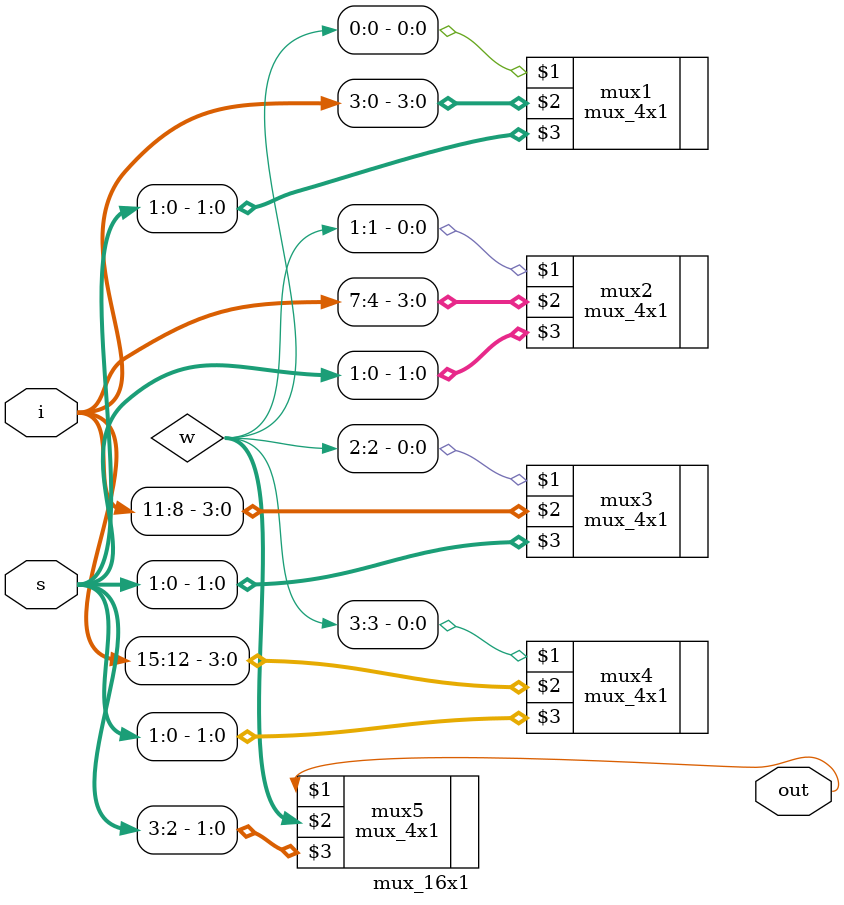
<source format=v>
/* Using two 8x1 mux and 2x1 mux */

module mux_16x1(out, i, s);

input [15:0] i;
input [3:0] s;

output out;

/* Using 8x1 and 2x1
wire out1, out2;

mux_8x1 m1(out1, i[7:0], s[2:0]);
mux_8x1 m2(out2, i[15:8], s[2:0]);

mux_2x1 m3(out, out1, out2, s[3]);

*/

/* Using 4x1 mux */

wire [3:0] w;

mux_4x1 mux1(w[0], i[3:0], s[1:0]);
mux_4x1 mux2(w[1], i[7:4], s[1:0]);
mux_4x1 mux3(w[2], i[11:8], s[1:0]);
mux_4x1 mux4(w[3], i[15:12], s[1:0]);

mux_4x1 mux5(out, w, s[3:2]);

endmodule


/*
module testbench;

reg [15:0] i;
reg [3:0] s;

wire out;

mux_16x1 m1(out, i, s);

initial begin

     s = 4'b0000; i = 16'b0000000000000001;
#100 s = 4'b0001; i = 16'b0000000000000010;
#100 s = 4'b0010; i = 16'b0000000000000100;
#100 s = 4'b0011; i = 16'b0000000000001000;
#100 s = 4'b0100; i = 16'b0000000000010000;
#100 s = 4'b0101; i = 16'b0000000000100000;
#100 s = 4'b0110; i = 16'b0000000001000000;
#100 s = 4'b0111; i = 16'b0000000010000000;
#100 s = 4'b1000; i = 16'b0000000100000000;
#100 s = 4'b1001; i = 16'b0000001000000000;
#100 s = 4'b1010; i = 16'b0000010000000000;
#100 s = 4'b1011; i = 16'b0000100000000000;
#100 s = 4'b1100; i = 16'b0001000000000000;
#100 s = 4'b1101; i = 16'b0010000000000000;
#100 s = 4'b1110; i = 16'b0100000000000000;
#100 s = 4'b1111; i = 16'b1000000000000000;

end

endmodule
*/
</source>
